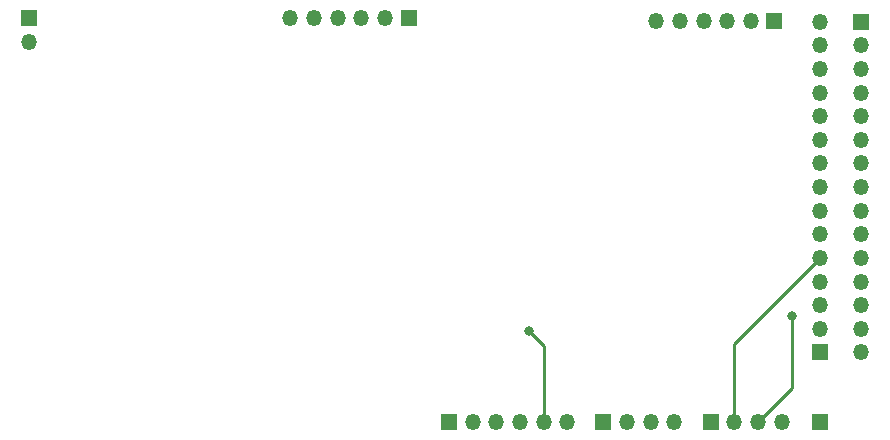
<source format=gbr>
%TF.GenerationSoftware,KiCad,Pcbnew,(6.0.0)*%
%TF.CreationDate,2023-10-14T17:08:09-04:00*%
%TF.ProjectId,Shield_Pins,53686965-6c64-45f5-9069-6e732e6b6963,rev?*%
%TF.SameCoordinates,Original*%
%TF.FileFunction,Copper,L2,Bot*%
%TF.FilePolarity,Positive*%
%FSLAX46Y46*%
G04 Gerber Fmt 4.6, Leading zero omitted, Abs format (unit mm)*
G04 Created by KiCad (PCBNEW (6.0.0)) date 2023-10-14 17:08:09*
%MOMM*%
%LPD*%
G01*
G04 APERTURE LIST*
%TA.AperFunction,ComponentPad*%
%ADD10R,1.350000X1.350000*%
%TD*%
%TA.AperFunction,ComponentPad*%
%ADD11O,1.350000X1.350000*%
%TD*%
%TA.AperFunction,ViaPad*%
%ADD12C,0.800000*%
%TD*%
%TA.AperFunction,Conductor*%
%ADD13C,0.250000*%
%TD*%
G04 APERTURE END LIST*
D10*
%TO.P,J4,1,Pin_1*%
%TO.N,+5V*%
X150900000Y-106425000D03*
D11*
%TO.P,J4,2,Pin_2*%
%TO.N,IO11*%
X152900000Y-106425000D03*
%TO.P,J4,3,Pin_3*%
%TO.N,IO12*%
X154900000Y-106425000D03*
%TO.P,J4,4,Pin_4*%
%TO.N,GND*%
X156900000Y-106425000D03*
%TD*%
D10*
%TO.P,J1,1,Pin_1*%
%TO.N,+5V*%
X141825000Y-106425000D03*
D11*
%TO.P,J1,2,Pin_2*%
%TO.N,IO.TX*%
X143825000Y-106425000D03*
%TO.P,J1,3,Pin_3*%
%TO.N,IO.RX*%
X145825000Y-106425000D03*
%TO.P,J1,4,Pin_4*%
%TO.N,GND*%
X147825000Y-106425000D03*
%TD*%
D10*
%TO.P,J3,1,Pin_1*%
%TO.N,+3.3V*%
X156300000Y-72500000D03*
D11*
%TO.P,J3,2,Pin_2*%
%TO.N,F.IO0*%
X154300000Y-72500000D03*
%TO.P,J3,3,Pin_3*%
%TO.N,F.IO1*%
X152300000Y-72500000D03*
%TO.P,J3,4,Pin_4*%
%TO.N,F.CLK*%
X150300000Y-72500000D03*
%TO.P,J3,5,Pin_5*%
%TO.N,F.CSB*%
X148300000Y-72500000D03*
%TO.P,J3,6,Pin_6*%
%TO.N,GND*%
X146300000Y-72500000D03*
%TD*%
D10*
%TO.P,J6,1,Pin_1*%
%TO.N,+1V8*%
X125325000Y-72275000D03*
D11*
%TO.P,J6,2,Pin_2*%
X123325000Y-72275000D03*
%TO.P,J6,3,Pin_3*%
%TO.N,+3.3V*%
X121325000Y-72275000D03*
%TO.P,J6,4,Pin_4*%
X119325000Y-72275000D03*
%TO.P,J6,5,Pin_5*%
%TO.N,GND*%
X117325000Y-72275000D03*
%TO.P,J6,6,Pin_6*%
X115325000Y-72275000D03*
%TD*%
D10*
%TO.P,J2,1,Pin_1*%
%TO.N,+5V*%
X128750000Y-106425000D03*
D11*
%TO.P,J2,2,Pin_2*%
%TO.N,IO.SCK*%
X130750000Y-106425000D03*
%TO.P,J2,3,Pin_3*%
%TO.N,IO.CSB*%
X132750000Y-106425000D03*
%TO.P,J2,4,Pin_4*%
%TO.N,IO.SDI*%
X134750000Y-106425000D03*
%TO.P,J2,5,Pin_5*%
%TO.N,IO.SDO*%
X136750000Y-106425000D03*
%TO.P,J2,6,Pin_6*%
%TO.N,GND*%
X138750000Y-106425000D03*
%TD*%
D10*
%TO.P,J7,1,Pin_1*%
%TO.N,IO7*%
X160175000Y-100575000D03*
D11*
%TO.P,J7,2,Pin_2*%
%TO.N,IO8*%
X160175000Y-98575000D03*
%TO.P,J7,3,Pin_3*%
%TO.N,IO9*%
X160175000Y-96575000D03*
%TO.P,J7,4,Pin_4*%
%TO.N,IO10*%
X160175000Y-94575000D03*
%TO.P,J7,5,Pin_5*%
%TO.N,IO11*%
X160175000Y-92575000D03*
%TO.P,J7,6,Pin_6*%
%TO.N,IO12*%
X160175000Y-90575000D03*
%TO.P,J7,7,Pin_7*%
%TO.N,IO17*%
X160175000Y-88575000D03*
%TO.P,J7,8,Pin_8*%
%TO.N,IO18*%
X160175000Y-86575000D03*
%TO.P,J7,9,Pin_9*%
%TO.N,IO19*%
X160175000Y-84575000D03*
%TO.P,J7,10,Pin_10*%
%TO.N,IO20*%
X160175000Y-82575000D03*
%TO.P,J7,11,Pin_11*%
%TO.N,IO21*%
X160175000Y-80575000D03*
%TO.P,J7,12,Pin_12*%
%TO.N,IO22*%
X160175000Y-78575000D03*
%TO.P,J7,13,Pin_13*%
%TO.N,IO23*%
X160175000Y-76575000D03*
%TO.P,J7,14,Pin_14*%
%TO.N,IO24*%
X160175000Y-74575000D03*
%TO.P,J7,15,Pin_15*%
%TO.N,IO25*%
X160175000Y-72575000D03*
%TD*%
D10*
%TO.P,J8,1,Pin_1*%
%TO.N,IO26*%
X163625000Y-72575000D03*
D11*
%TO.P,J8,2,Pin_2*%
%TO.N,IO27*%
X163625000Y-74575000D03*
%TO.P,J8,3,Pin_3*%
%TO.N,IO28*%
X163625000Y-76575000D03*
%TO.P,J8,4,Pin_4*%
%TO.N,IO29*%
X163625000Y-78575000D03*
%TO.P,J8,5,Pin_5*%
%TO.N,IO30*%
X163625000Y-80575000D03*
%TO.P,J8,6,Pin_6*%
%TO.N,IO31*%
X163625000Y-82575000D03*
%TO.P,J8,7,Pin_7*%
%TO.N,IO32*%
X163625000Y-84575000D03*
%TO.P,J8,8,Pin_8*%
%TO.N,IO33*%
X163625000Y-86575000D03*
%TO.P,J8,9,Pin_9*%
%TO.N,IO34*%
X163625000Y-88575000D03*
%TO.P,J8,10,Pin_10*%
%TO.N,IO35*%
X163625000Y-90575000D03*
%TO.P,J8,11,Pin_11*%
%TO.N,IO36*%
X163625000Y-92575000D03*
%TO.P,J8,12,Pin_12*%
%TO.N,IO37*%
X163625000Y-94575000D03*
%TO.P,J8,13,Pin_13*%
%TO.N,unconnected-(J8-Pad13)*%
X163625000Y-96575000D03*
%TO.P,J8,14,Pin_14*%
%TO.N,+5V*%
X163625000Y-98575000D03*
%TO.P,J8,15,Pin_15*%
%TO.N,GND*%
X163625000Y-100575000D03*
%TD*%
D10*
%TO.P,J5,1,Pin_1*%
%TO.N,IO7*%
X160150000Y-106425000D03*
%TD*%
%TO.P,J9,1,Pin_1*%
%TO.N,+5V*%
X93200000Y-72300000D03*
D11*
%TO.P,J9,2,Pin_2*%
%TO.N,GND*%
X93200000Y-74300000D03*
%TD*%
D12*
%TO.N,IO12*%
X157750000Y-97500000D03*
%TO.N,IO.SDO*%
X135500000Y-98750000D03*
%TD*%
D13*
%TO.N,IO11*%
X160175000Y-92575000D02*
X152900000Y-99850000D01*
X152900000Y-99850000D02*
X152900000Y-106425000D01*
%TO.N,IO12*%
X157750000Y-103575000D02*
X154900000Y-106425000D01*
X157750000Y-97500000D02*
X157750000Y-103575000D01*
%TO.N,IO.SDO*%
X136750000Y-100000000D02*
X136750000Y-106425000D01*
X135500000Y-98750000D02*
X136750000Y-100000000D01*
%TD*%
M02*

</source>
